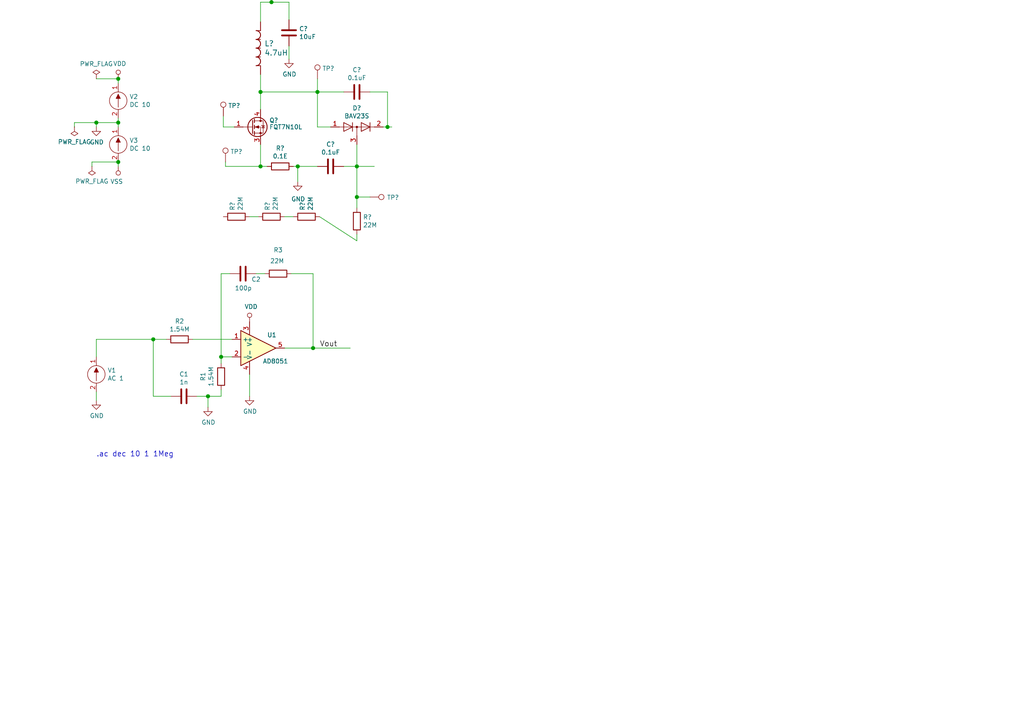
<source format=kicad_sch>
(kicad_sch (version 20210126) (generator eeschema)
  (paper "A4")
  (lib_symbols
    (symbol "2021-01-06_02-33-04:NRS6020T2R2NMGJ" (pin_numbers hide) (pin_names (offset 1.651) hide)
      (property "Reference" "L" (at 6.985 5.08 0))
      (property "Value" "NRS6020T2R2NMGJ" (at 6.985 -5.715 0))
      (symbol "NRS6020T2R2NMGJ_1_1"
        (arc (start 2.54 1.27) (end 5.08 1.27) (radius (at 3.81 1.27) (length 1.27) (angles 0 180)) (stroke (width 0.254)))
        (arc (start 5.08 1.27) (end 7.62 1.27) (radius (at 6.35 1.27) (length 1.27) (angles 0 180)) (stroke (width 0.254)))
        (arc (start 7.62 1.27) (end 10.16 1.27) (radius (at 8.89 1.27) (length 1.27) (angles 0 180)) (stroke (width 0.254)))
        (arc (start 10.16 1.27) (end 12.7 1.27) (radius (at 11.43 1.27) (length 1.27) (angles 0 180)) (stroke (width 0.254)))
        (polyline (pts (xy 2.54 0) (xy 2.54 1.27)) (stroke (width 0.2032)))
        (polyline (pts (xy 5.08 0) (xy 5.08 1.27)) (stroke (width 0.2032)))
        (polyline (pts (xy 7.62 0) (xy 7.62 1.27)) (stroke (width 0.2032)))
        (polyline (pts (xy 10.16 0) (xy 10.16 1.27)) (stroke (width 0.2032)))
        (polyline (pts (xy 12.7 0) (xy 12.7 1.27)) (stroke (width 0.2032)))
        (pin unspecified line (at 15.24 0 180) (length 2.54) (name "1") (number "1"))
        (pin unspecified line (at 0 0 0) (length 2.54) (name "2") (number "2"))
      )
    )
    (symbol "Connector:TestPoint" (pin_numbers hide) (pin_names (offset 0.762) hide)
      (property "Reference" "TP" (at 0 6.858 0))
      (property "Value" "TestPoint" (at 0 5.08 0))
      (symbol "TestPoint_0_1"
        (circle (center 0 3.302) (radius 0.762))
      )
      (symbol "TestPoint_1_1"
        (pin passive line (at 0 0 90) (length 2.54) (name "1") (number "1"))
      )
    )
    (symbol "Device:C" (pin_numbers hide) (pin_names (offset 0.254))
      (property "Reference" "C" (at 0.635 2.54 0))
      (property "Value" "C" (at 0.635 -2.54 0))
      (symbol "C_0_1"
        (polyline (pts (xy -2.032 -0.762) (xy 2.032 -0.762)) (stroke (width 0.508)))
        (polyline (pts (xy -2.032 0.762) (xy 2.032 0.762)) (stroke (width 0.508)))
      )
      (symbol "C_1_1"
        (pin passive line (at 0 3.81 270) (length 2.794) (name "~") (number "1"))
        (pin passive line (at 0 -3.81 90) (length 2.794) (name "~") (number "2"))
      )
    )
    (symbol "Device:R" (pin_numbers hide) (pin_names (offset 0))
      (property "Reference" "R" (at 2.032 0 90))
      (property "Value" "R" (at 0 0 90))
      (symbol "R_0_1"
        (rectangle (start -1.016 -2.54) (end 1.016 2.54) (stroke (width 0.254)))
      )
      (symbol "R_1_1"
        (pin passive line (at 0 3.81 270) (length 1.27) (name "~") (number "1"))
        (pin passive line (at 0 -3.81 90) (length 1.27) (name "~") (number "2"))
      )
    )
    (symbol "Diode:BAV99" (pin_names hide)
      (property "Reference" "D" (at 0 5.08 0))
      (property "Value" "BAV99" (at 0 2.54 0))
      (symbol "BAV99_0_1"
        (polyline (pts (xy -5.08 0) (xy 5.08 0)))
      )
      (symbol "BAV99_1_1"
        (circle (center 0 0) (radius 0.254) (fill (type outline)))
        (polyline (pts (xy 0 0) (xy 0 -2.54)))
        (polyline (pts (xy -1.27 -1.27) (xy -1.27 1.27) (xy -1.27 1.27)) (stroke (width 0.2032)))
        (polyline (pts (xy 3.81 1.27) (xy 3.81 -1.27) (xy 3.81 -1.27)) (stroke (width 0.2032)))
        (polyline (pts (xy -3.81 1.27) (xy -1.27 0) (xy -3.81 -1.27) (xy -3.81 1.27) (xy -3.81 1.27) (xy -3.81 1.27)) (stroke (width 0.2032)))
        (polyline (pts (xy 1.27 1.27) (xy 3.81 0) (xy 1.27 -1.27) (xy 1.27 1.27) (xy 1.27 1.27) (xy 1.27 1.27)) (stroke (width 0.2032)))
        (pin passive line (at -7.62 0 0) (length 2.54) (name "K") (number "1"))
        (pin passive line (at 7.62 0 180) (length 2.54) (name "A") (number "2"))
        (pin passive line (at 0 -5.08 90) (length 2.54) (name "K") (number "3"))
      )
    )
    (symbol "Transistor_FET:IRF6655" (pin_names hide)
      (property "Reference" "Q" (at 5.08 1.905 0))
      (property "Value" "IRF6655" (at 5.08 0 0))
      (symbol "IRF6655_0_1"
        (circle (center 1.651 0) (radius 2.794) (stroke (width 0.254)))
        (circle (center 2.54 -1.778) (radius 0.254) (fill (type outline)))
        (circle (center 2.54 1.778) (radius 0.254) (fill (type outline)))
        (polyline (pts (xy 0.254 0) (xy -2.54 0)))
        (polyline (pts (xy 0.254 1.905) (xy 0.254 -1.905)) (stroke (width 0.254)))
        (polyline (pts (xy 0.762 -1.27) (xy 0.762 -2.286)) (stroke (width 0.254)))
        (polyline (pts (xy 0.762 0.508) (xy 0.762 -0.508)) (stroke (width 0.254)))
        (polyline (pts (xy 0.762 2.286) (xy 0.762 1.27)) (stroke (width 0.254)))
        (polyline (pts (xy 2.54 2.54) (xy 2.54 1.778)))
        (polyline (pts (xy 2.54 -2.54) (xy 2.54 0) (xy 0.762 0)))
        (polyline (pts (xy 0.762 -1.778) (xy 3.302 -1.778) (xy 3.302 1.778) (xy 0.762 1.778)))
        (polyline (pts (xy 2.794 0.508) (xy 2.921 0.381) (xy 3.683 0.381) (xy 3.81 0.254)))
        (polyline (pts (xy 3.302 0.381) (xy 2.921 -0.254) (xy 3.683 -0.254) (xy 3.302 0.381)))
        (polyline (pts (xy 1.016 0) (xy 2.032 0.381) (xy 2.032 -0.381) (xy 1.016 0)) (fill (type outline)))
      )
      (symbol "IRF6655_1_1"
        (pin input line (at -5.08 0 0) (length 2.54) (name "G") (number "1"))
        (pin passive line (at 2.54 -5.08 90) (length 2.54) (name "S") (number "3"))
        (pin passive line (at 2.54 5.08 270) (length 2.54) (name "D") (number "4"))
      )
    )
    (symbol "power:GND" (power) (pin_names (offset 0))
      (property "Value" "GND" (at 0 -3.81 0))
      (symbol "GND_0_1"
        (polyline (pts (xy 0 0) (xy 0 -1.27) (xy 1.27 -1.27) (xy 0 -2.54) (xy -1.27 -1.27) (xy 0 -1.27)))
      )
      (symbol "GND_1_1"
        (pin power_in line (at 0 0 270) (length 0) hide (name "GND") (number "1"))
      )
    )
    (symbol "power:PWR_FLAG" (power) (pin_numbers hide) (pin_names (offset 0) hide)
      (property "Value" "PWR_FLAG" (at 0 3.81 0))
      (symbol "PWR_FLAG_0_0"
        (pin power_out line (at 0 0 90) (length 0) (name "pwr") (number "1"))
      )
      (symbol "PWR_FLAG_0_1"
        (polyline (pts (xy 0 0) (xy 0 1.27) (xy -1.016 1.905) (xy 0 2.54) (xy 1.016 1.905) (xy 0 1.27)))
      )
    )
    (symbol "sallen_key_schlib:C" (pin_numbers hide) (pin_names (offset 0.254))
      (property "Reference" "C" (at 0.635 2.54 0))
      (property "Value" "C" (at 0.635 -2.54 0))
      (symbol "C_0_1"
        (polyline (pts (xy -2.032 -0.762) (xy 2.032 -0.762)) (stroke (width 0.508)))
        (polyline (pts (xy -2.032 0.762) (xy 2.032 0.762)) (stroke (width 0.508)))
      )
      (symbol "C_1_1"
        (pin passive line (at 0 3.81 270) (length 2.794) (name "~") (number "1"))
        (pin passive line (at 0 -3.81 90) (length 2.794) (name "~") (number "2"))
      )
    )
    (symbol "sallen_key_schlib:GND" (power) (pin_names (offset 0))
      (property "Value" "GND" (at 0 -3.81 0))
      (symbol "GND_0_1"
        (polyline (pts (xy 0 0) (xy 0 -1.27) (xy 1.27 -1.27) (xy 0 -2.54) (xy -1.27 -1.27) (xy 0 -1.27)))
      )
      (symbol "GND_1_1"
        (pin power_in line (at 0 0 270) (length 0) hide (name "GND") (number "1"))
      )
    )
    (symbol "sallen_key_schlib:Generic_Opamp"
      (property "Reference" "U" (at 0 6.35 0))
      (property "Value" "Generic_Opamp" (at 0 3.81 0))
      (symbol "Generic_Opamp_0_1"
        (polyline (pts (xy -5.08 5.08) (xy 5.08 0) (xy -5.08 -5.08) (xy -5.08 5.08)) (stroke (width 0.254)) (fill (type background)))
      )
      (symbol "Generic_Opamp_1_1"
        (pin input line (at -7.62 2.54 0) (length 2.54) (name "+") (number "1"))
        (pin input line (at -7.62 -2.54 0) (length 2.54) (name "-") (number "2"))
        (pin power_in line (at -2.54 7.62 270) (length 3.81) (name "V+") (number "3"))
        (pin power_in line (at -2.54 -7.62 90) (length 3.81) (name "V-") (number "4"))
        (pin output line (at 7.62 0 180) (length 2.54) (name "~") (number "5"))
      )
    )
    (symbol "sallen_key_schlib:R" (pin_numbers hide) (pin_names (offset 0))
      (property "Reference" "R" (at 2.032 0 90))
      (property "Value" "R" (at 0 0 90))
      (symbol "R_0_1"
        (rectangle (start -1.016 -2.54) (end 1.016 2.54) (stroke (width 0.254)))
      )
      (symbol "R_1_1"
        (pin passive line (at 0 3.81 270) (length 1.27) (name "~") (number "1"))
        (pin passive line (at 0 -3.81 90) (length 1.27) (name "~") (number "2"))
      )
    )
    (symbol "sallen_key_schlib:VDD" (power) (pin_names (offset 0))
      (property "Value" "VDD" (at 0 3.81 0))
      (symbol "VDD_0_1"
        (circle (center 0 1.905) (radius 0.635))
        (polyline (pts (xy 0 0) (xy 0 1.27)))
      )
      (symbol "VDD_1_1"
        (pin power_in line (at 0 0 90) (length 0) hide (name "VDD") (number "1"))
      )
    )
    (symbol "sallen_key_schlib:VSOURCE" (pin_names (offset 1.016))
      (property "Reference" "V" (at 5.08 5.08 0))
      (symbol "VSOURCE_0_1"
        (circle (center 0 0) (radius 2.54))
        (polyline (pts (xy 0 -1.905) (xy 0 1.905)))
        (polyline (pts (xy 0 1.905) (xy -0.635 0.635) (xy 0.635 0.635) (xy 0 1.905)) (fill (type outline)))
      )
      (symbol "VSOURCE_1_1"
        (pin input line (at 0 5.08 270) (length 2.54) (name "~") (number "1"))
        (pin input line (at 0 -5.08 90) (length 2.54) (name "~") (number "2"))
      )
    )
    (symbol "sallen_key_schlib:VSS" (power) (pin_names (offset 0))
      (property "Value" "VSS" (at 0 3.81 0))
      (symbol "VSS_0_1"
        (circle (center 0 1.905) (radius 0.635))
        (polyline (pts (xy 0 0) (xy 0 1.27)))
      )
      (symbol "VSS_1_1"
        (pin power_in line (at 0 0 90) (length 0) hide (name "VSS") (number "1"))
      )
    )
  )
  (junction (at 27.94 35.56) (diameter 1.016))
  (junction (at 34.29 22.86) (diameter 1.016))
  (junction (at 34.29 35.56) (diameter 1.016))
  (junction (at 34.29 46.99) (diameter 1.016))
  (junction (at 44.45 98.425) (diameter 1.016))
  (junction (at 60.325 114.935) (diameter 1.016))
  (junction (at 64.135 103.505) (diameter 1.016))
  (junction (at 75.565 26.67) (diameter 1.016))
  (junction (at 75.565 48.26) (diameter 1.016))
  (junction (at 78.74 0.635) (diameter 1.016))
  (junction (at 86.36 48.26) (diameter 1.016))
  (junction (at 90.805 100.965) (diameter 1.016))
  (junction (at 92.075 26.67) (diameter 1.016))
  (junction (at 103.505 48.26) (diameter 1.016))
  (junction (at 103.505 57.15) (diameter 1.016))
  (junction (at 112.395 36.83) (diameter 1.016))
  (wire (pts (xy 21.59 35.56) (xy 21.59 36.83)))
  (wire (pts (xy 21.59 35.56) (xy 27.94 35.56)))
  (wire (pts (xy 26.67 46.99) (xy 26.67 48.26)))
  (wire (pts (xy 27.94 22.86) (xy 34.29 22.86)))
  (wire (pts (xy 27.94 35.56) (xy 27.94 36.83)))
  (wire (pts (xy 27.94 35.56) (xy 34.29 35.56)))
  (wire (pts (xy 27.94 98.425) (xy 27.94 103.505)))
  (wire (pts (xy 27.94 98.425) (xy 44.45 98.425)))
  (wire (pts (xy 27.94 113.665) (xy 27.94 116.205)))
  (wire (pts (xy 34.29 22.86) (xy 34.29 24.13)))
  (wire (pts (xy 34.29 34.29) (xy 34.29 35.56)))
  (wire (pts (xy 34.29 35.56) (xy 34.29 36.83)))
  (wire (pts (xy 34.29 46.99) (xy 26.67 46.99)))
  (wire (pts (xy 34.29 48.26) (xy 34.29 46.99)))
  (wire (pts (xy 44.45 98.425) (xy 48.26 98.425)))
  (wire (pts (xy 44.45 114.935) (xy 44.45 98.425)))
  (wire (pts (xy 49.53 114.935) (xy 44.45 114.935)))
  (wire (pts (xy 55.88 98.425) (xy 67.31 98.425)))
  (wire (pts (xy 60.325 114.935) (xy 57.15 114.935)))
  (wire (pts (xy 60.325 114.935) (xy 60.325 118.11)))
  (wire (pts (xy 64.135 79.375) (xy 64.135 103.505)))
  (wire (pts (xy 64.135 103.505) (xy 67.31 103.505)))
  (wire (pts (xy 64.135 105.41) (xy 64.135 103.505)))
  (wire (pts (xy 64.135 114.935) (xy 60.325 114.935)))
  (wire (pts (xy 64.135 114.935) (xy 64.135 113.03)))
  (wire (pts (xy 64.77 33.655) (xy 64.77 36.83)))
  (wire (pts (xy 64.77 36.83) (xy 67.945 36.83)))
  (wire (pts (xy 65.405 46.99) (xy 65.405 48.26)))
  (wire (pts (xy 65.405 48.26) (xy 75.565 48.26)))
  (wire (pts (xy 66.675 79.375) (xy 64.135 79.375)))
  (wire (pts (xy 72.39 62.865) (xy 74.93 62.865)))
  (wire (pts (xy 72.39 108.585) (xy 72.39 114.935)))
  (wire (pts (xy 74.295 79.375) (xy 76.835 79.375)))
  (wire (pts (xy 75.565 0.635) (xy 78.74 0.635)))
  (wire (pts (xy 75.565 6.35) (xy 75.565 0.635)))
  (wire (pts (xy 75.565 21.59) (xy 75.565 26.67)))
  (wire (pts (xy 75.565 26.67) (xy 92.075 26.67)))
  (wire (pts (xy 75.565 31.75) (xy 75.565 26.67)))
  (wire (pts (xy 75.565 41.91) (xy 75.565 48.26)))
  (wire (pts (xy 77.47 48.26) (xy 75.565 48.26)))
  (wire (pts (xy 82.55 62.865) (xy 85.09 62.865)))
  (wire (pts (xy 82.55 100.965) (xy 90.805 100.965)))
  (wire (pts (xy 83.82 0.635) (xy 78.74 0.635)))
  (wire (pts (xy 83.82 5.715) (xy 83.82 0.635)))
  (wire (pts (xy 83.82 17.145) (xy 83.82 13.335)))
  (wire (pts (xy 84.455 79.375) (xy 90.805 79.375)))
  (wire (pts (xy 85.09 48.26) (xy 86.36 48.26)))
  (wire (pts (xy 86.36 48.26) (xy 92.075 48.26)))
  (wire (pts (xy 86.36 52.705) (xy 86.36 48.26)))
  (wire (pts (xy 90.805 79.375) (xy 90.805 100.965)))
  (wire (pts (xy 90.805 100.965) (xy 101.6 100.965)))
  (wire (pts (xy 92.075 22.86) (xy 92.075 26.67)))
  (wire (pts (xy 92.075 26.67) (xy 92.075 36.83)))
  (wire (pts (xy 92.71 62.865) (xy 103.505 69.85)))
  (wire (pts (xy 95.885 36.83) (xy 92.075 36.83)))
  (wire (pts (xy 99.695 26.67) (xy 92.075 26.67)))
  (wire (pts (xy 99.695 48.26) (xy 103.505 48.26)))
  (wire (pts (xy 103.505 41.91) (xy 103.505 48.26)))
  (wire (pts (xy 103.505 48.26) (xy 103.505 57.15)))
  (wire (pts (xy 103.505 48.26) (xy 108.585 48.26)))
  (wire (pts (xy 103.505 57.15) (xy 103.505 60.325)))
  (wire (pts (xy 103.505 57.15) (xy 107.315 57.15)))
  (wire (pts (xy 103.505 67.945) (xy 103.505 69.85)))
  (wire (pts (xy 111.125 36.83) (xy 112.395 36.83)))
  (wire (pts (xy 112.395 26.67) (xy 107.315 26.67)))
  (wire (pts (xy 112.395 36.83) (xy 112.395 26.67)))
  (wire (pts (xy 112.395 36.83) (xy 113.665 36.83)))
  (text ".ac dec 10 1 1Meg\n" (at 27.94 132.715 0) (effects (font (size 1.524 1.524)) (justify left bottom)))
  (label "Vout" (at 92.71 100.965 0) (effects (font (size 1.524 1.524))))
  (symbol (lib_id "sallen_key_schlib:VDD") (at 34.29 22.86 0) (unit 1)
    (property "Reference" "#PWR06" (effects hide))
    (property "Value" "VDD" (at 34.7218 18.4658 0))
  )
  (symbol (lib_id "sallen_key_schlib:VSS") (at 34.29 48.26 180) (unit 1)
    (property "Reference" "#PWR07" (effects hide))
    (property "Value" "VSS" (at 33.8328 52.6542 0))
  )
  (symbol (lib_id "sallen_key_schlib:VDD") (at 72.39 93.345 0) (unit 1)
    (property "Reference" "#PWR03" (effects hide))
    (property "Value" "VDD" (at 72.8218 88.9508 0))
  )
  (symbol (lib_id "sallen_key_schlib:VDD") (at 78.74 0.635 0) (unit 1)
    (property "Reference" "#PWR?" (effects hide))
    (property "Value" "VDD" (at 79.1718 -3.7592 0))
  )
  (symbol (lib_id "power:PWR_FLAG") (at 21.59 36.83 180) (unit 1)
    (property "Reference" "#FLG0102" (effects hide))
    (property "Value" "PWR_FLAG" (at 21.59 41.1544 0))
  )
  (symbol (lib_id "power:PWR_FLAG") (at 26.67 48.26 180) (unit 1)
    (property "Reference" "#FLG0101" (effects hide))
    (property "Value" "PWR_FLAG" (at 26.67 52.5844 0))
  )
  (symbol (lib_id "power:PWR_FLAG") (at 27.94 22.86 0) (unit 1)
    (property "Reference" "#FLG0103" (effects hide))
    (property "Value" "PWR_FLAG" (at 27.94 18.5356 0))
  )
  (symbol (lib_id "Connector:TestPoint") (at 64.77 33.655 0) (unit 1) (in_bom no)
    (property "Reference" "TP?" (at 66.167 30.664 0) (effects (justify left)))
    (property "Value" "TestPoint" (effects hide))
    (property "Footprint" "TestPoint:TestPoint_Pad_1.0x1.0mm" (effects hide))
  )
  (symbol (lib_id "Connector:TestPoint") (at 65.405 46.99 0) (unit 1) (in_bom no)
    (property "Reference" "TP?" (at 66.802 43.999 0) (effects (justify left)))
    (property "Value" "TestPoint" (effects hide))
    (property "Footprint" "TestPoint:TestPoint_Pad_1.0x1.0mm" (effects hide))
  )
  (symbol (lib_id "Connector:TestPoint") (at 92.075 22.86 0) (unit 1) (in_bom no)
    (property "Reference" "TP?" (at 93.472 19.869 0) (effects (justify left)))
    (property "Value" "TestPoint" (effects hide))
    (property "Footprint" "TestPoint:TestPoint_Pad_1.0x1.0mm" (effects hide))
  )
  (symbol (lib_id "Connector:TestPoint") (at 107.315 57.15 270) (unit 1) (in_bom no)
    (property "Reference" "TP?" (at 112.211 57.277 90) (effects (justify left)))
    (property "Value" "TestPoint" (effects hide))
    (property "Footprint" "TestPoint:TestPoint_Pad_1.0x1.0mm" (effects hide))
  )
  (symbol (lib_id "sallen_key_schlib:GND") (at 27.94 36.83 0) (unit 1)
    (property "Reference" "#PWR05" (effects hide))
    (property "Value" "GND" (at 28.067 41.2242 0))
  )
  (symbol (lib_id "sallen_key_schlib:GND") (at 27.94 116.205 0) (unit 1)
    (property "Reference" "#PWR0101" (effects hide))
    (property "Value" "GND" (at 28.067 120.5992 0))
  )
  (symbol (lib_id "power:GND") (at 60.325 118.11 0) (unit 1)
    (property "Reference" "#PWR01" (effects hide))
    (property "Value" "GND" (at 60.452 122.5042 0))
  )
  (symbol (lib_id "sallen_key_schlib:GND") (at 72.39 114.935 0) (unit 1)
    (property "Reference" "#PWR02" (effects hide))
    (property "Value" "GND" (at 72.517 119.3292 0))
  )
  (symbol (lib_id "power:GND") (at 83.82 17.145 0) (unit 1)
    (property "Reference" "#PWR?" (effects hide))
    (property "Value" "GND" (at 83.947 21.5392 0))
  )
  (symbol (lib_id "power:GND") (at 86.36 52.705 0) (unit 1)
    (property "Reference" "#PWR?" (effects hide))
    (property "Value" "GND" (at 86.487 57.7342 0))
  )
  (symbol (lib_id "sallen_key_schlib:R") (at 52.07 98.425 270) (unit 1)
    (property "Reference" "R2" (at 52.07 93.1672 90))
    (property "Value" "1.54M" (at 52.07 95.4786 90))
    (property "Fieldname" "Value" (effects hide))
    (property "SpiceMapping" "1 2" (effects hide))
    (property "Spice_Primitive" "R" (effects hide))
  )
  (symbol (lib_id "sallen_key_schlib:R") (at 64.135 109.22 0) (unit 1)
    (property "Reference" "R1" (at 58.8772 109.22 90))
    (property "Value" "1.54M" (at 61.1886 109.22 90))
    (property "Fieldname" "Value" (effects hide))
    (property "SpiceMapping" "1 2" (effects hide))
    (property "Spice_Primitive" "R" (effects hide))
  )
  (symbol (lib_id "Device:R") (at 68.58 62.865 90) (unit 1)
    (property "Reference" "R?" (at 67.4116 61.087 0) (effects (justify left)))
    (property "Value" "22M" (at 69.723 61.087 0) (effects (justify left)))
    (property "Footprint" "Resistor_SMD:R_0805_2012Metric" (effects hide))
    (property "Datasheet" "https://www.digikey.com/en/products/detail/stackpole-electronics-inc/RMCF0805FT22M0/6053747" (effects hide))
  )
  (symbol (lib_id "Device:R") (at 78.74 62.865 90) (unit 1)
    (property "Reference" "R?" (at 77.5716 61.087 0) (effects (justify left)))
    (property "Value" "22M" (at 79.883 61.087 0) (effects (justify left)))
    (property "Footprint" "Resistor_SMD:R_0805_2012Metric" (effects hide))
    (property "Datasheet" "https://www.digikey.com/en/products/detail/stackpole-electronics-inc/RMCF0805FT22M0/6053747" (effects hide))
  )
  (symbol (lib_id "Device:R") (at 80.645 79.375 90) (unit 1)
    (property "Reference" "R3" (at 82.017 72.517 90) (effects (justify left)))
    (property "Value" "22M" (at 82.423 75.692 90) (effects (justify left)))
    (property "Footprint" "Resistor_SMD:R_0805_2012Metric" (effects hide))
    (property "Datasheet" "https://www.digikey.com/en/products/detail/stackpole-electronics-inc/RMCF0805FT22M0/6053747" (effects hide))
  )
  (symbol (lib_id "Device:R") (at 81.28 48.26 90) (unit 1)
    (property "Reference" "R?" (at 81.28 43.002 90))
    (property "Value" "0.1E" (at 81.28 45.314 90))
    (property "Footprint" "Resistor_SMD:R_0805_2012Metric" (effects hide))
    (property "Datasheet" "https://www.digikey.com/en/products/detail/susumu/KRL1220E-M-R100-F-T5/3737982" (effects hide))
  )
  (symbol (lib_id "Device:R") (at 88.9 62.865 90) (unit 1)
    (property "Reference" "R?" (at 87.7316 61.087 0) (effects (justify left)))
    (property "Value" "22M" (at 90.043 61.087 0) (effects (justify left)))
    (property "Footprint" "Resistor_SMD:R_0805_2012Metric" (effects hide))
    (property "Datasheet" "https://www.digikey.com/en/products/detail/stackpole-electronics-inc/RMCF0805FT22M0/6053747" (effects hide))
  )
  (symbol (lib_id "Device:R") (at 103.505 64.135 0) (unit 1)
    (property "Reference" "R?" (at 105.283 62.9666 0) (effects (justify left)))
    (property "Value" "22M" (at 105.283 65.278 0) (effects (justify left)))
    (property "Footprint" "Resistor_SMD:R_0805_2012Metric" (effects hide))
    (property "Datasheet" "https://www.digikey.com/en/products/detail/stackpole-electronics-inc/RMCF0805FT22M0/6053747" (effects hide))
  )
  (symbol (lib_id "2021-01-06_02-33-04:NRS6020T2R2NMGJ") (at 75.565 21.59 90) (unit 1)
    (property "Reference" "L?" (at 76.6826 12.6238 90) (effects (font (size 1.524 1.524)) (justify right)))
    (property "Value" "4.7uH" (at 76.683 15.316 90) (effects (font (size 1.524 1.524)) (justify right)))
    (property "Footprint" "Inductor_SMD:L_Taiyo-Yuden_MD-4040" (effects hide))
    (property "Datasheet" "https://www.digikey.com/en/products/detail/taiyo-yuden/MDWK4040T4R7MM/5880041" (effects hide))
  )
  (symbol (lib_id "sallen_key_schlib:C") (at 53.34 114.935 270) (unit 1)
    (property "Reference" "C1" (at 53.34 108.5342 90))
    (property "Value" "1n" (at 53.34 110.8456 90))
  )
  (symbol (lib_id "sallen_key_schlib:C") (at 70.485 79.375 270) (unit 1)
    (property "Reference" "C2" (at 72.9234 81.026 90) (effects (justify left)))
    (property "Value" "100p" (at 68.072 83.566 90) (effects (justify left)))
    (property "Fieldname" "Value" (effects hide))
    (property "Spice_Primitive" "C" (effects hide))
    (property "SpiceMapping" "1 2" (effects hide))
  )
  (symbol (lib_id "Device:C") (at 83.82 9.525 0) (unit 1)
    (property "Reference" "C?" (at 86.741 8.3566 0) (effects (justify left)))
    (property "Value" "10uF" (at 86.741 10.668 0) (effects (justify left)))
    (property "Footprint" "Capacitor_SMD:C_0805_2012Metric" (effects hide))
    (property "Datasheet" "https://www.digikey.com/en/products/detail/samsung-electro-mechanics/CL21A106KOQNNNG/3894417" (effects hide))
  )
  (symbol (lib_id "Device:C") (at 95.885 48.26 90) (unit 1)
    (property "Reference" "C?" (at 95.885 41.8592 90))
    (property "Value" "0.1uF" (at 95.885 44.1706 90))
    (property "Footprint" "Capacitor_SMD:C_0805_2012Metric" (effects hide))
    (property "Datasheet" "https://www.digikey.com/en/products/detail/tdk-corporation/C2012X7T2E104K125AA/2733184" (effects hide))
  )
  (symbol (lib_id "Device:C") (at 103.505 26.67 90) (unit 1)
    (property "Reference" "C?" (at 103.505 20.2692 90))
    (property "Value" "0.1uF" (at 103.505 22.5806 90))
    (property "Footprint" "Capacitor_SMD:C_0805_2012Metric" (effects hide))
    (property "Datasheet" "https://www.digikey.com/en/products/detail/tdk-corporation/C2012X7T2E104K125AA/2733184" (effects hide))
  )
  (symbol (lib_id "sallen_key_schlib:VSOURCE") (at 27.94 108.585 0) (unit 1)
    (property "Reference" "V1" (at 31.1912 107.4166 0) (effects (justify left)))
    (property "Value" "AC 1" (at 31.1912 109.728 0) (effects (justify left)))
  )
  (symbol (lib_id "sallen_key_schlib:VSOURCE") (at 34.29 29.21 0) (unit 1)
    (property "Reference" "V2" (at 37.5412 28.0416 0) (effects (justify left)))
    (property "Value" "DC 10" (at 37.5412 30.353 0) (effects (justify left)))
    (property "Fieldname" "Value" (effects hide))
    (property "Spice_Primitive" "V" (effects hide))
    (property "Spice_Node_Sequence" "1 2" (effects hide))
  )
  (symbol (lib_id "sallen_key_schlib:VSOURCE") (at 34.29 41.91 0) (unit 1)
    (property "Reference" "V3" (at 37.5412 40.7416 0) (effects (justify left)))
    (property "Value" "DC 10" (at 37.5412 43.053 0) (effects (justify left)))
    (property "Fieldname" "Value" (effects hide))
    (property "Spice_Primitive" "V" (effects hide))
    (property "Spice_Node_Sequence" "1 2" (effects hide))
  )
  (symbol (lib_id "Diode:BAV99") (at 103.505 36.83 0) (unit 1)
    (property "Reference" "D?" (at 103.505 31.3436 0))
    (property "Value" "BAV23S" (at 103.505 33.655 0))
    (property "Footprint" "Package_TO_SOT_SMD:SOT-23" (effects hide))
    (property "Datasheet" "https://www.digikey.com/en/products/detail/on-semiconductor/BAV23S/965240" (effects hide))
  )
  (symbol (lib_id "Transistor_FET:IRF6655") (at 73.025 36.83 0) (unit 1)
    (property "Reference" "Q?" (at 78.105 34.925 0) (effects (justify left)))
    (property "Value" "FQT7N10L" (at 78.105 36.83 0) (effects (justify left)))
    (property "Footprint" "Package_TO_SOT_SMD:SOT-223-3_TabPin4" (effects hide))
    (property "Datasheet" "https://www.digikey.com/en/products/detail/on-semiconductor/FQT7N10LTF/965354" (effects hide))
  )
  (symbol (lib_id "sallen_key_schlib:Generic_Opamp") (at 74.93 100.965 0) (unit 1)
    (property "Reference" "U1" (at 77.47 97.155 0) (effects (justify left)))
    (property "Value" "AD8051" (at 76.2 104.775 0) (effects (justify left)))
    (property "Spice_Primitive" "X" (effects hide))
    (property "Spice_Model" "AD8051" (effects hide))
    (property "Spice_Lib_File" "ad8051.lib" (effects hide))
    (property "Spice_Netlist_Enabled" "Y" (effects hide))
  )
)
</source>
